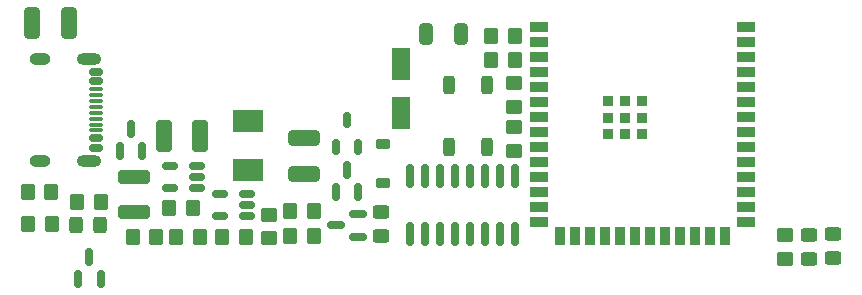
<source format=gbr>
%TF.GenerationSoftware,KiCad,Pcbnew,8.0.5-8.0.5-0~ubuntu22.04.1*%
%TF.CreationDate,2024-11-26T13:49:23+00:00*%
%TF.ProjectId,numcalcium,6e756d63-616c-4636-9975-6d2e6b696361,rev?*%
%TF.SameCoordinates,Original*%
%TF.FileFunction,Paste,Top*%
%TF.FilePolarity,Positive*%
%FSLAX46Y46*%
G04 Gerber Fmt 4.6, Leading zero omitted, Abs format (unit mm)*
G04 Created by KiCad (PCBNEW 8.0.5-8.0.5-0~ubuntu22.04.1) date 2024-11-26 13:49:23*
%MOMM*%
%LPD*%
G01*
G04 APERTURE LIST*
G04 Aperture macros list*
%AMRoundRect*
0 Rectangle with rounded corners*
0 $1 Rounding radius*
0 $2 $3 $4 $5 $6 $7 $8 $9 X,Y pos of 4 corners*
0 Add a 4 corners polygon primitive as box body*
4,1,4,$2,$3,$4,$5,$6,$7,$8,$9,$2,$3,0*
0 Add four circle primitives for the rounded corners*
1,1,$1+$1,$2,$3*
1,1,$1+$1,$4,$5*
1,1,$1+$1,$6,$7*
1,1,$1+$1,$8,$9*
0 Add four rect primitives between the rounded corners*
20,1,$1+$1,$2,$3,$4,$5,0*
20,1,$1+$1,$4,$5,$6,$7,0*
20,1,$1+$1,$6,$7,$8,$9,0*
20,1,$1+$1,$8,$9,$2,$3,0*%
G04 Aperture macros list end*
%ADD10RoundRect,0.250000X0.350000X0.450000X-0.350000X0.450000X-0.350000X-0.450000X0.350000X-0.450000X0*%
%ADD11RoundRect,0.150000X0.150000X-0.825000X0.150000X0.825000X-0.150000X0.825000X-0.150000X-0.825000X0*%
%ADD12RoundRect,0.250000X0.412500X1.100000X-0.412500X1.100000X-0.412500X-1.100000X0.412500X-1.100000X0*%
%ADD13RoundRect,0.250000X0.450000X-0.325000X0.450000X0.325000X-0.450000X0.325000X-0.450000X-0.325000X0*%
%ADD14RoundRect,0.250000X0.550000X-1.137500X0.550000X1.137500X-0.550000X1.137500X-0.550000X-1.137500X0*%
%ADD15RoundRect,0.250000X0.450000X-0.350000X0.450000X0.350000X-0.450000X0.350000X-0.450000X-0.350000X0*%
%ADD16RoundRect,0.250000X0.400000X1.075000X-0.400000X1.075000X-0.400000X-1.075000X0.400000X-1.075000X0*%
%ADD17RoundRect,0.250000X-1.075000X0.400000X-1.075000X-0.400000X1.075000X-0.400000X1.075000X0.400000X0*%
%ADD18RoundRect,0.250000X-0.350000X-0.450000X0.350000X-0.450000X0.350000X0.450000X-0.350000X0.450000X0*%
%ADD19RoundRect,0.150000X0.587500X0.150000X-0.587500X0.150000X-0.587500X-0.150000X0.587500X-0.150000X0*%
%ADD20RoundRect,0.250000X-1.100000X0.325000X-1.100000X-0.325000X1.100000X-0.325000X1.100000X0.325000X0*%
%ADD21RoundRect,0.150000X0.150000X-0.587500X0.150000X0.587500X-0.150000X0.587500X-0.150000X-0.587500X0*%
%ADD22RoundRect,0.250000X-0.450000X0.350000X-0.450000X-0.350000X0.450000X-0.350000X0.450000X0.350000X0*%
%ADD23R,0.900000X0.900000*%
%ADD24R,1.500000X0.900000*%
%ADD25R,0.900000X1.500000*%
%ADD26R,2.500000X1.900000*%
%ADD27RoundRect,0.250000X0.325000X0.650000X-0.325000X0.650000X-0.325000X-0.650000X0.325000X-0.650000X0*%
%ADD28RoundRect,0.250000X-0.250000X0.525000X-0.250000X-0.525000X0.250000X-0.525000X0.250000X0.525000X0*%
%ADD29RoundRect,0.150000X-0.425000X0.150000X-0.425000X-0.150000X0.425000X-0.150000X0.425000X0.150000X0*%
%ADD30RoundRect,0.075000X-0.500000X0.075000X-0.500000X-0.075000X0.500000X-0.075000X0.500000X0.075000X0*%
%ADD31O,2.100000X1.000000*%
%ADD32O,1.800000X1.000000*%
%ADD33RoundRect,0.150000X0.512500X0.150000X-0.512500X0.150000X-0.512500X-0.150000X0.512500X-0.150000X0*%
%ADD34RoundRect,0.250000X-0.325000X-0.450000X0.325000X-0.450000X0.325000X0.450000X-0.325000X0.450000X0*%
%ADD35RoundRect,0.150000X0.150000X-0.512500X0.150000X0.512500X-0.150000X0.512500X-0.150000X-0.512500X0*%
%ADD36RoundRect,0.225000X-0.375000X0.225000X-0.375000X-0.225000X0.375000X-0.225000X0.375000X0.225000X0*%
G04 APERTURE END LIST*
D10*
%TO.C,R16*%
X2893846Y12190246D03*
X893846Y12190246D03*
%TD*%
D11*
%TO.C,U3*%
X33272246Y8611846D03*
X34542246Y8611846D03*
X35812246Y8611846D03*
X37082246Y8611846D03*
X38352246Y8611846D03*
X39622246Y8611846D03*
X40892246Y8611846D03*
X42162246Y8611846D03*
X42162246Y13561846D03*
X40892246Y13561846D03*
X39622246Y13561846D03*
X38352246Y13561846D03*
X37082246Y13561846D03*
X35812246Y13561846D03*
X34542246Y13561846D03*
X33272246Y13561846D03*
%TD*%
D12*
%TO.C,C3*%
X15530746Y16914646D03*
X12405746Y16914646D03*
%TD*%
D13*
%TO.C,D22*%
X67054246Y6526446D03*
X67054246Y8576446D03*
%TD*%
D10*
%TO.C,R2*%
X11777246Y8354846D03*
X9777246Y8354846D03*
%TD*%
%TO.C,R14*%
X42146246Y23366246D03*
X40146246Y23366246D03*
%TD*%
%TO.C,R9*%
X19346446Y8380246D03*
X17346446Y8380246D03*
%TD*%
D14*
%TO.C,C6*%
X32510246Y18911046D03*
X32510246Y23036046D03*
%TD*%
D10*
%TO.C,R17*%
X2944646Y9497846D03*
X944646Y9497846D03*
%TD*%
D15*
%TO.C,R5*%
X42111446Y15695446D03*
X42111446Y17695446D03*
%TD*%
D10*
%TO.C,R4*%
X14866646Y10793246D03*
X12866646Y10793246D03*
%TD*%
D16*
%TO.C,C5*%
X4393046Y26515846D03*
X1293046Y26515846D03*
%TD*%
D17*
%TO.C,C2*%
X24255246Y16788846D03*
X24255246Y13688846D03*
%TD*%
D18*
%TO.C,R15*%
X23144246Y10615446D03*
X25144246Y10615446D03*
%TD*%
D15*
%TO.C,R12*%
X65022246Y6558446D03*
X65022246Y8558446D03*
%TD*%
D19*
%TO.C,Q6*%
X28875746Y8420846D03*
X28875746Y10320846D03*
X27000746Y9370846D03*
%TD*%
D20*
%TO.C,C1*%
X9904246Y13462046D03*
X9904246Y10512046D03*
%TD*%
D21*
%TO.C,Q7*%
X5171946Y4801146D03*
X7071946Y4801146D03*
X6121946Y6676146D03*
%TD*%
D22*
%TO.C,R8*%
X21308846Y10253246D03*
X21308846Y8253246D03*
%TD*%
D23*
%TO.C,U4*%
X50070246Y19867846D03*
X50070246Y18467846D03*
X50070246Y17067846D03*
X51470246Y19867846D03*
X51470246Y18467846D03*
X51470246Y17067846D03*
X52870246Y19867846D03*
X52870246Y18467846D03*
X52870246Y17067846D03*
D24*
X44220246Y26187846D03*
X44220246Y24917846D03*
X44220246Y23647846D03*
X44220246Y22377846D03*
X44220246Y21107846D03*
X44220246Y19837846D03*
X44220246Y18567846D03*
X44220246Y17297846D03*
X44220246Y16027846D03*
X44220246Y14757846D03*
X44220246Y13487846D03*
X44220246Y12217846D03*
X44220246Y10947846D03*
X44220246Y9677846D03*
D25*
X45985246Y8427846D03*
X47255246Y8427846D03*
X48525246Y8427846D03*
X49795246Y8427846D03*
X51065246Y8427846D03*
X52335246Y8427846D03*
X53605246Y8427846D03*
X54875246Y8427846D03*
X56145246Y8427846D03*
X57415246Y8427846D03*
X58685246Y8427846D03*
X59955246Y8427846D03*
D24*
X61720246Y9677846D03*
X61720246Y10947846D03*
X61720246Y12217846D03*
X61720246Y13487846D03*
X61720246Y14757846D03*
X61720246Y16027846D03*
X61720246Y17297846D03*
X61720246Y18567846D03*
X61720246Y19837846D03*
X61720246Y21107846D03*
X61720246Y22377846D03*
X61720246Y23647846D03*
X61720246Y24917846D03*
X61720246Y26187846D03*
%TD*%
D26*
%TO.C,L1*%
X19556246Y14069846D03*
X19556246Y18169846D03*
%TD*%
D10*
%TO.C,R11*%
X7110246Y11377446D03*
X5110246Y11377446D03*
%TD*%
D18*
%TO.C,R3*%
X13485646Y8354846D03*
X15485646Y8354846D03*
%TD*%
%TO.C,R10*%
X23128246Y8431046D03*
X25128246Y8431046D03*
%TD*%
D27*
%TO.C,C7*%
X37590246Y25550646D03*
X34640246Y25550646D03*
%TD*%
D28*
%TO.C,SW22*%
X39749246Y21224846D03*
X39749246Y15974846D03*
X36549246Y21224846D03*
X36549246Y15974846D03*
%TD*%
D29*
%TO.C,J2*%
X6669246Y22347846D03*
X6669246Y21547846D03*
D30*
X6669246Y20397846D03*
X6669246Y19397846D03*
X6669246Y18897846D03*
X6669246Y17897846D03*
D29*
X6669246Y16747846D03*
X6669246Y15947846D03*
X6669246Y15947846D03*
X6669246Y16747846D03*
D30*
X6669246Y17397846D03*
X6669246Y18397846D03*
X6669246Y19897846D03*
X6669246Y20897846D03*
D29*
X6669246Y21547846D03*
X6669246Y22347846D03*
D31*
X6094246Y23467846D03*
D32*
X1914246Y23467846D03*
D31*
X6094246Y14827846D03*
D32*
X1914246Y14827846D03*
%TD*%
D21*
%TO.C,Q3*%
X26988246Y12164846D03*
X28888246Y12164846D03*
X27938246Y14039846D03*
%TD*%
D33*
%TO.C,U2*%
X19429246Y10158246D03*
X19429246Y11108246D03*
X19429246Y12058246D03*
X17154246Y12058246D03*
X17154246Y10158246D03*
%TD*%
D34*
%TO.C,D21*%
X4976646Y9396246D03*
X7026646Y9396246D03*
%TD*%
D35*
%TO.C,U6*%
X26988246Y15980346D03*
X28888246Y15980346D03*
X27938246Y18255346D03*
%TD*%
D15*
%TO.C,R6*%
X42060646Y19411446D03*
X42060646Y21411446D03*
%TD*%
D10*
%TO.C,C8*%
X42162246Y25398246D03*
X40162246Y25398246D03*
%TD*%
D21*
%TO.C,Q1*%
X8700246Y15649246D03*
X10600246Y15649246D03*
X9650246Y17524246D03*
%TD*%
D13*
%TO.C,D23*%
X69086246Y6577246D03*
X69086246Y8627246D03*
%TD*%
D36*
%TO.C,D28*%
X30986246Y16227846D03*
X30986246Y12927846D03*
%TD*%
D13*
%TO.C,D24*%
X30833846Y8481846D03*
X30833846Y10531846D03*
%TD*%
D33*
%TO.C,U1*%
X15258146Y12496146D03*
X15258146Y13446146D03*
X15258146Y14396146D03*
X12983146Y14396146D03*
X12983146Y12496146D03*
%TD*%
M02*

</source>
